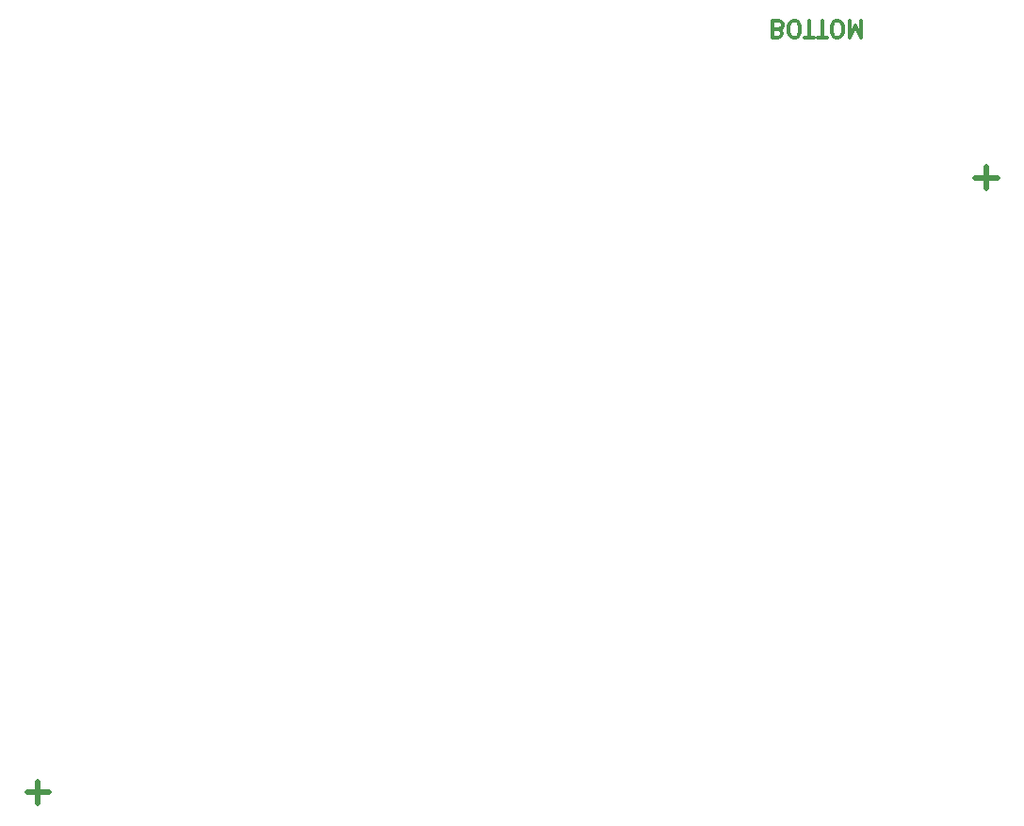
<source format=gbo>
%TF.GenerationSoftware,KiCad,Pcbnew,7.0.1*%
%TF.CreationDate,2023-06-06T18:19:58-03:00*%
%TF.ProjectId,HLI-M,484c492d-4d2e-46b6-9963-61645f706362,rev?*%
%TF.SameCoordinates,Original*%
%TF.FileFunction,Legend,Bot*%
%TF.FilePolarity,Positive*%
%FSLAX46Y46*%
G04 Gerber Fmt 4.6, Leading zero omitted, Abs format (unit mm)*
G04 Created by KiCad (PCBNEW 7.0.1) date 2023-06-06 18:19:58*
%MOMM*%
%LPD*%
G01*
G04 APERTURE LIST*
%ADD10C,0.500000*%
%ADD11C,0.300000*%
G04 APERTURE END LIST*
D10*
X183011000Y-44412200D02*
X181011000Y-44412200D01*
X181986000Y-43394800D02*
X181986000Y-45394800D01*
X97816000Y-99675000D02*
X95816000Y-99675000D01*
X96800000Y-98675000D02*
X96800000Y-100675000D01*
D11*
X163335713Y-31091785D02*
X163549999Y-31020357D01*
X163549999Y-31020357D02*
X163621428Y-30948928D01*
X163621428Y-30948928D02*
X163692856Y-30806071D01*
X163692856Y-30806071D02*
X163692856Y-30591785D01*
X163692856Y-30591785D02*
X163621428Y-30448928D01*
X163621428Y-30448928D02*
X163549999Y-30377500D01*
X163549999Y-30377500D02*
X163407142Y-30306071D01*
X163407142Y-30306071D02*
X162835713Y-30306071D01*
X162835713Y-30306071D02*
X162835713Y-31806071D01*
X162835713Y-31806071D02*
X163335713Y-31806071D01*
X163335713Y-31806071D02*
X163478571Y-31734642D01*
X163478571Y-31734642D02*
X163549999Y-31663214D01*
X163549999Y-31663214D02*
X163621428Y-31520357D01*
X163621428Y-31520357D02*
X163621428Y-31377500D01*
X163621428Y-31377500D02*
X163549999Y-31234642D01*
X163549999Y-31234642D02*
X163478571Y-31163214D01*
X163478571Y-31163214D02*
X163335713Y-31091785D01*
X163335713Y-31091785D02*
X162835713Y-31091785D01*
X164621428Y-31806071D02*
X164907142Y-31806071D01*
X164907142Y-31806071D02*
X165049999Y-31734642D01*
X165049999Y-31734642D02*
X165192856Y-31591785D01*
X165192856Y-31591785D02*
X165264285Y-31306071D01*
X165264285Y-31306071D02*
X165264285Y-30806071D01*
X165264285Y-30806071D02*
X165192856Y-30520357D01*
X165192856Y-30520357D02*
X165049999Y-30377500D01*
X165049999Y-30377500D02*
X164907142Y-30306071D01*
X164907142Y-30306071D02*
X164621428Y-30306071D01*
X164621428Y-30306071D02*
X164478571Y-30377500D01*
X164478571Y-30377500D02*
X164335713Y-30520357D01*
X164335713Y-30520357D02*
X164264285Y-30806071D01*
X164264285Y-30806071D02*
X164264285Y-31306071D01*
X164264285Y-31306071D02*
X164335713Y-31591785D01*
X164335713Y-31591785D02*
X164478571Y-31734642D01*
X164478571Y-31734642D02*
X164621428Y-31806071D01*
X165692857Y-31806071D02*
X166550000Y-31806071D01*
X166121428Y-30306071D02*
X166121428Y-31806071D01*
X166835714Y-31806071D02*
X167692857Y-31806071D01*
X167264285Y-30306071D02*
X167264285Y-31806071D01*
X168478571Y-31806071D02*
X168764285Y-31806071D01*
X168764285Y-31806071D02*
X168907142Y-31734642D01*
X168907142Y-31734642D02*
X169049999Y-31591785D01*
X169049999Y-31591785D02*
X169121428Y-31306071D01*
X169121428Y-31306071D02*
X169121428Y-30806071D01*
X169121428Y-30806071D02*
X169049999Y-30520357D01*
X169049999Y-30520357D02*
X168907142Y-30377500D01*
X168907142Y-30377500D02*
X168764285Y-30306071D01*
X168764285Y-30306071D02*
X168478571Y-30306071D01*
X168478571Y-30306071D02*
X168335714Y-30377500D01*
X168335714Y-30377500D02*
X168192856Y-30520357D01*
X168192856Y-30520357D02*
X168121428Y-30806071D01*
X168121428Y-30806071D02*
X168121428Y-31306071D01*
X168121428Y-31306071D02*
X168192856Y-31591785D01*
X168192856Y-31591785D02*
X168335714Y-31734642D01*
X168335714Y-31734642D02*
X168478571Y-31806071D01*
X169764285Y-30306071D02*
X169764285Y-31806071D01*
X169764285Y-31806071D02*
X170264285Y-30734642D01*
X170264285Y-30734642D02*
X170764285Y-31806071D01*
X170764285Y-31806071D02*
X170764285Y-30306071D01*
M02*

</source>
